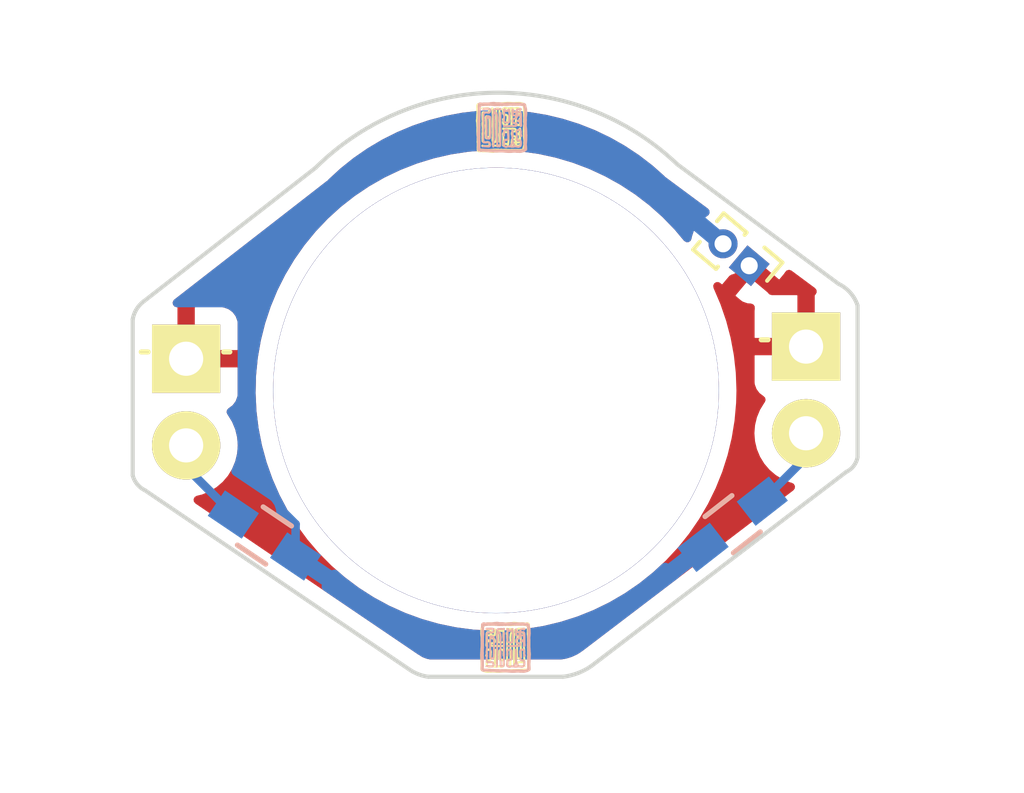
<source format=kicad_pcb>
(kicad_pcb (version 20211014) (generator pcbnew)
  (layers (0 "F.Cu" signal) (31 "B.Cu" signal) (34 "B.Paste" user) (35 "F.Paste" user) (36 "B.SilkS" user "B.Silkscreen") (37 "F.SilkS" user "F.Silkscreen") (38 "B.Mask" user) (39 "F.Mask" user) (44 "Edge.Cuts" user))
  (net 0 "")
  (net 1 "GND")
  (net 2 "Net-(D1-Pad2)")
  (net 3 "Net-(D2-Pad2)")
  (net 4 "+5V")
  (footprint "CustomSilkScreen:BW_herushan_Normal_tiny" (layer "F.Cu") (at 146.2532 104.5718 -90)
    (fp_text reference "G***" hide)
    (fp_text value "LOGO" hide)
  )
  (footprint "LEDs:LED-3MM" (layer "F.Cu") (at 155.0583 95.758 -90)
    (fp_text reference "D1" hide)
    (fp_text value "LED")
    (pad "1" thru_hole rect (at 0 0) (size 2 2) (drill 1.00076) (layers *.Cu *.Mask "F.SilkS") (net 1 "GND"))
    (pad "2" thru_hole circle (at 2.54 0 270) (size 2 2) (drill 1.00076) (layers *.Cu *.Mask "F.SilkS") (net 2 "Net-(D1-Pad2)"))
  )
  (footprint "CustomSilkScreen:Pinecil_LEDring" (layer "F.Cu") (at 145.975168 97.042345)
    (fp_text reference "Pinecil LED Ring" hide)
    (fp_text value "Pinecil_LEDring")
    (fp_line (start -5.2832 -6.5278) (end -10.3124 -2.6162) (layer "Edge.Cuts") (width 0.12))
    (fp_line (start 10.5918 -2.4892) (end 10.5918 1.9558) (layer "Edge.Cuts") (width 0.12))
    (fp_line (start -10.6426 -2.0828) (end -10.6426 2.4892) (layer "Edge.Cuts") (width 0.12))
    (fp_line (start 5.3086 -6.6294) (end 10.033 -3.1242) (layer "Edge.Cuts") (width 0.12))
    (fp_line (start -10.285828 2.925526) (end -2.54 8.1788) (layer "Edge.Cuts") (width 0.12))
    (fp_line (start 1.957618 8.393689) (end -1.979382 8.393689) (layer "Edge.Cuts") (width 0.12))
    (fp_line (start 10.2616 2.3876) (end 2.794 8.0772) (layer "Edge.Cuts") (width 0.12))
    (fp_arc (start 10.5918 1.9558) (mid 10.478353 2.2112) (end 10.2616 2.3876) (layer "Edge.Cuts") (width 0.12))
    (fp_arc (start 2.794 8.0772) (mid 2.395516 8.287524) (end 1.957618 8.393689) (layer "Edge.Cuts") (width 0.12))
    (fp_arc (start -1.979382 8.393689) (mid -2.272478 8.319603) (end -2.54 8.1788) (layer "Edge.Cuts") (width 0.12))
    (fp_arc (start -10.6426 -2.0828) (mid -10.528747 -2.381224) (end -10.3124 -2.6162) (layer "Edge.Cuts") (width 0.12))
    (fp_arc (start 10.033 -3.1242) (mid 10.377834 -2.864281) (end 10.5918 -2.4892) (layer "Edge.Cuts") (width 0.12))
    (fp_arc (start -5.2832 -6.5278) (mid -0.007906 -8.72683) (end 5.3086 -6.6294) (layer "Edge.Cuts") (width 0.12))
    (fp_arc (start -10.285828 2.925526) (mid -10.512388 2.746753) (end -10.6426 2.4892) (layer "Edge.Cuts") (width 0.12))
    (pad "Hole" thru_hole circle (at 0 0) (size 13.06 13.06) (drill 13.05) (layers *.Cu *.Mask))
  )
  (footprint "LEDs:LED-3MM" (layer "F.Cu") (at 136.8976 96.1136 -90)
    (fp_text reference "D2" hide)
    (fp_text value "LED")
    (pad "1" thru_hole rect (at 0 0) (size 2 2) (drill 1.00076) (layers *.Cu *.Mask "F.SilkS") (net 1 "GND"))
    (pad "2" thru_hole circle (at 2.54 0 270) (size 2 2) (drill 1.00076) (layers *.Cu *.Mask "F.SilkS") (net 3 "Net-(D2-Pad2)"))
  )
  (footprint "Connector_PinHeader_1.00mm:PinHeader_1x02_P1.00mm_Vertical" (layer "F.Cu") (at 153.392623 93.386994 -130)
    (fp_text reference "REF**" hide)
    (fp_text value "PinHeader_1x02_P1.00mm_Vertical" hide)
    (pad "1" thru_hole rect (at 0 0 230) (size 0.85 0.85) (drill 0.5) (layers *.Cu *.Mask) (net 1 "GND"))
    (pad "2" thru_hole oval (at 0 1 230) (size 0.85 0.85) (drill 0.5) (layers *.Cu *.Mask) (net 4 "+5V"))
  )
  (footprint "CustomSilkScreen:BW_herushan_Normal_tiny" (layer "F.Cu") (at 146.1262 89.3318 90)
    (fp_text reference "G***" hide)
    (fp_text value "LOGO" hide)
  )
  (footprint "Resistors_SMD:R_0603_HandSoldering" (layer "B.Cu") (at 152.908 100.965 38)
    (fp_text reference "R1" hide)
    (fp_text value "R_Small" hide)
    (pad "1" smd rect locked (at -1.1 0 38) (size 1.2 0.9) (layers "B.Cu" "B.Paste" "B.Mask") (net 4 "+5V"))
    (pad "2" smd rect locked (at 1.1 0 38) (size 1.2 0.9) (layers "B.Cu" "B.Paste" "B.Mask") (net 2 "Net-(D1-Pad2)"))
  )
  (footprint "CustomSilkScreen:BW_herushan_Normal_tiny" (layer "B.Cu") (at 146.1516 89.3318 -90)
    (fp_text reference "G***" hide)
    (fp_text value "LOGO" hide)
  )
  (footprint "CustomSilkScreen:BW_herushan_Normal_tiny" (layer "B.Cu") (at 146.2532 104.5718 -90)
    (fp_text reference "G***" hide)
    (fp_text value "LOGO" hide)
  )
  (footprint "Resistors_SMD:R_0603_HandSoldering" (layer "B.Cu") (at 139.192 101.2952 146)
    (fp_text reference "R2" hide)
    (fp_text value "R_Small" hide)
    (pad "1" smd rect locked (at -1.1 0 146) (size 1.2 0.9) (layers "B.Cu" "B.Paste" "B.Mask") (net 4 "+5V"))
    (pad "2" smd rect locked (at 1.1 0 146) (size 1.2 0.9) (layers "B.Cu" "B.Paste" "B.Mask") (net 3 "Net-(D2-Pad2)"))
  )
  (segment (start 153.774812 100.287772) (end 155.0583 99.004284) (width 0.25) (layer "B.Cu") (net 2))
  (segment (start 155.0583 99.004284) (end 155.0583 98.298) (width 0.25) (layer "B.Cu") (net 2))
  (segment (start 136.8976 99.297629) (end 136.8976 98.6536) (width 0.25) (layer "B.Cu") (net 3))
  (segment (start 138.280059 100.680088) (end 136.8976 99.297629) (width 0.25) (layer "B.Cu") (net 3))
  (segment (start 140.103941 100.962541) (end 139.7 100.5586) (width 0.25) (layer "B.Cu") (net 4))
  (segment (start 140.103941 101.910312) (end 140.103941 100.962541) (width 0.25) (layer "B.Cu") (net 4))
  (zone (net 1) (net_name "GND") (layer "F.Cu") (connect_pads (clearance 0.508)) (min_thickness 0.254) (fill yes (thermal_gap 0.508) (thermal_bridge_width 0.508))
    (polygon (pts (xy 156.530106 86.986458) (xy 161.4424 107.5182) (xy 135.625906 108.068458) (xy 133.1214 87.63)))
  )
  (zone (net 4) (net_name "+5V") (layer "B.Cu") (connect_pads (clearance 0.508)) (min_thickness 0.254) (fill yes (thermal_gap 0.508) (thermal_bridge_width 0.508))
    (polygon (pts (xy 159.0294 85.598) (xy 159.5628 107.7722) (xy 134.7978 108.839) (xy 131.445 87.0712)))
  )
)
</source>
